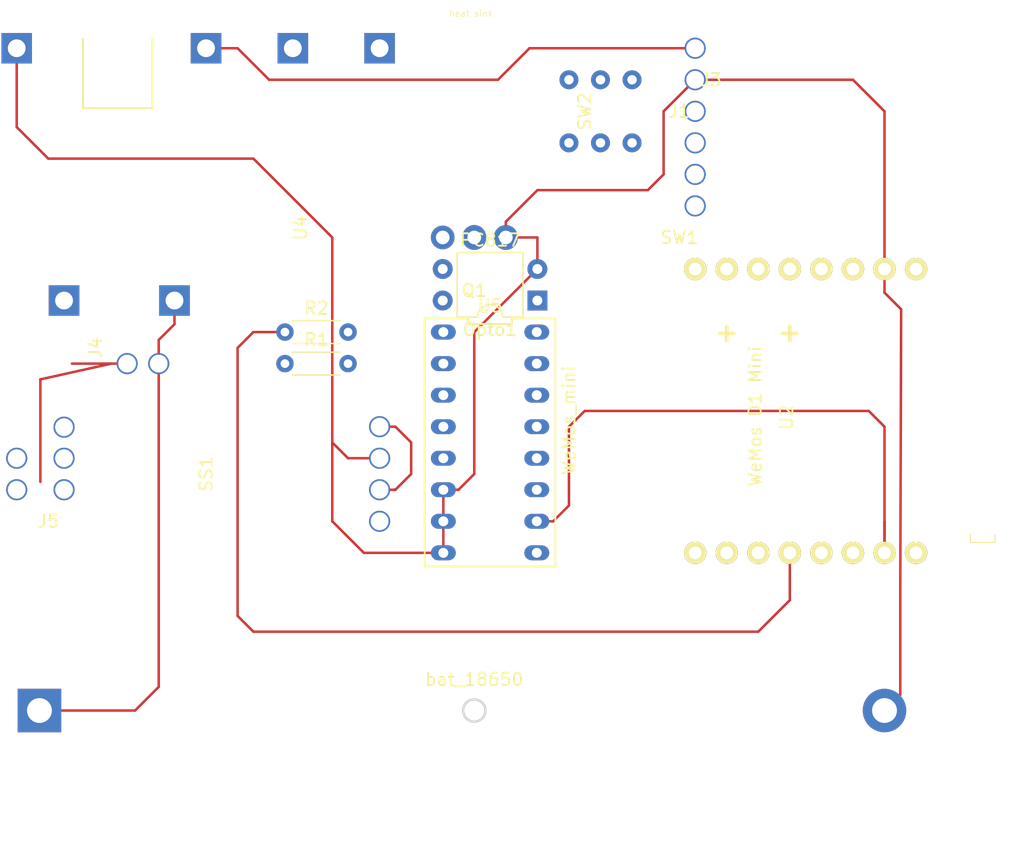
<source format=kicad_pcb>
(kicad_pcb (version 20171130) (host pcbnew "(5.0.2)-1")

  (general
    (thickness 1.6)
    (drawings 20)
    (tracks 192)
    (zones 0)
    (modules 15)
    (nets 19)
  )

  (page A4)
  (layers
    (0 Top_copper power)
    (1 "Blue_(signal_1)" signal hide)
    (2 Bottom_copper signal hide)
    (3 "Yellow2_(signal)" signal hide)
    (4 "Blue2_(signal)" signal hide)
    (31 "Red_(Power)" power hide)
    (32 B.Adhes user hide)
    (33 F.Adhes user hide)
    (34 B.Paste user hide)
    (35 F.Paste user hide)
    (36 B.SilkS user hide)
    (37 F.SilkS user hide)
    (38 B.Mask user hide)
    (39 F.Mask user)
    (40 Dwgs.User user hide)
    (41 Cmts.User user hide)
    (42 Eco1.User user hide)
    (43 Eco2.User user hide)
    (44 Edge.Cuts user hide)
    (45 Margin user hide)
    (46 B.CrtYd user hide)
    (47 F.CrtYd user hide)
    (48 B.Fab user hide)
    (49 F.Fab user hide)
  )

  (setup
    (last_trace_width 0.2)
    (trace_clearance 0.2)
    (zone_clearance 0.508)
    (zone_45_only no)
    (trace_min 0.2)
    (segment_width 0.2)
    (edge_width 0.2)
    (via_size 0.8)
    (via_drill 0.4)
    (via_min_size 0.4)
    (via_min_drill 0.3)
    (uvia_size 0.3)
    (uvia_drill 0.1)
    (uvias_allowed no)
    (uvia_min_size 0.2)
    (uvia_min_drill 0.1)
    (pcb_text_width 0.3)
    (pcb_text_size 1.5 1.5)
    (mod_edge_width 0.15)
    (mod_text_size 1 1)
    (mod_text_width 0.15)
    (pad_size 1.5 1.5)
    (pad_drill 0.6)
    (pad_to_mask_clearance 0.15)
    (solder_mask_min_width 0.25)
    (aux_axis_origin 0 0)
    (visible_elements 7FFFFFFF)
    (pcbplotparams
      (layerselection 0x290f0_7fffffe5)
      (usegerberextensions true)
      (usegerberattributes false)
      (usegerberadvancedattributes false)
      (creategerberjobfile false)
      (excludeedgelayer true)
      (linewidth 0.100000)
      (plotframeref false)
      (viasonmask false)
      (mode 1)
      (useauxorigin false)
      (hpglpennumber 1)
      (hpglpenspeed 20)
      (hpglpendiameter 15.000000)
      (psnegative false)
      (psa4output false)
      (plotreference true)
      (plotvalue true)
      (plotinvisibletext false)
      (padsonsilk true)
      (subtractmaskfromsilk false)
      (outputformat 1)
      (mirror false)
      (drillshape 0)
      (scaleselection 1)
      (outputdirectory "./"))
  )

  (net 0 "")
  (net 1 GND)
  (net 2 "Net-(J3-Pad2)")
  (net 3 "Net-(J3-Pad1)")
  (net 4 "Net-(Q1-Pad1)")
  (net 5 "Net-(SW1-Pad1)")
  (net 6 "Net-(Opto1-Pad1)")
  (net 7 "Net-(J1-Pad2)")
  (net 8 "Net-(R2-Pad1)")
  (net 9 "Net-(SW2-Pad2)")
  (net 10 "Net-(SW2-Pad1)")
  (net 11 "Net-(R1-Pad2)")
  (net 12 "Net-(SS1-PadA0)")
  (net 13 "Net-(U2-Pad15)")
  (net 14 "Net-(U2-Pad14)")
  (net 15 "Net-(U2-Pad10)")
  (net 16 "Net-(J4-Pad2)")
  (net 17 "Net-(J5-Pad2)")
  (net 18 "Net-(J5-Pad3)")

  (net_class Default "This is the default net class."
    (clearance 0.2)
    (trace_width 0.2)
    (via_dia 0.8)
    (via_drill 0.4)
    (uvia_dia 0.3)
    (uvia_drill 0.1)
    (add_net GND)
    (add_net "Net-(J1-Pad2)")
    (add_net "Net-(J3-Pad1)")
    (add_net "Net-(J3-Pad2)")
    (add_net "Net-(J4-Pad2)")
    (add_net "Net-(J5-Pad2)")
    (add_net "Net-(J5-Pad3)")
    (add_net "Net-(Opto1-Pad1)")
    (add_net "Net-(Q1-Pad1)")
    (add_net "Net-(R1-Pad2)")
    (add_net "Net-(R2-Pad1)")
    (add_net "Net-(SS1-PadA0)")
    (add_net "Net-(SW1-Pad1)")
    (add_net "Net-(SW2-Pad1)")
    (add_net "Net-(SW2-Pad2)")
    (add_net "Net-(U2-Pad10)")
    (add_net "Net-(U2-Pad14)")
    (add_net "Net-(U2-Pad15)")
  )

  (module footprint:BatteryHolder_MPD_BH-18650-PC2_v4 (layer Top_copper) (tedit 5CAF9A70) (tstamp 5CAF9B3B)
    (at 63.5 76.2)
    (descr "18650 Battery Holder (http://www.memoryprotectiondevices.com/datasheets/BK-18650-PC2-datasheet.pdf)")
    (tags "18650 Battery Holder")
    (path /5C9C0D4A)
    (fp_text reference bat_18650 (at 0 -2.5) (layer F.SilkS)
      (effects (font (size 1 1) (thickness 0.15)))
    )
    (fp_text value Battery_Cell (at 0 -4.8) (layer F.Fab)
      (effects (font (size 1 1) (thickness 0.15)))
    )
    (fp_line (start -38.1 -10.668) (end 35.56 -10.668) (layer F.CrtYd) (width 0.05))
    (fp_line (start -38.1 10.668) (end -38.1 -10.668) (layer F.CrtYd) (width 0.05))
    (fp_circle (center 0 0) (end -1.016 -0.508) (layer F.CrtYd) (width 0.05))
    (fp_line (start 35.56 10.668) (end 35.56 -10.668) (layer F.CrtYd) (width 0.05))
    (fp_line (start -38.1 10.668) (end 35.56 10.668) (layer F.CrtYd) (width 0.05))
    (pad 2 thru_hole circle (at 33.02 0) (size 3.5 3.5) (drill 2) (layers *.Cu *.Mask)
      (net 1 GND))
    (pad 1 thru_hole rect (at -35 0) (size 3.5 3.5) (drill 2) (layers *.Cu *.Mask)
      (net 16 "Net-(J4-Pad2)"))
    (model ${KISYS3DMOD}/Battery.3dshapes/BatteryHolder_MPD_BH-18650-PC2.wrl
      (at (xyz 0 0 0))
      (scale (xyz 1 1 1))
      (rotate (xyz 0 0 0))
    )
  )

  (module footprint:onoff_push_button_2x3_pins_v2 (layer Top_copper) (tedit 5CA30A07) (tstamp 5CA30AC7)
    (at 68.58 43.18 270)
    (path /5C938ACF)
    (fp_text reference SW2 (at -15.24 -3.81 270) (layer F.SilkS)
      (effects (font (size 1 1) (thickness 0.15)))
    )
    (fp_text value flash (at -15.24 -0.508 270) (layer F.Fab)
      (effects (font (size 1 1) (thickness 0.15)))
    )
    (fp_line (start -19.05 -8.89) (end -11.43 -8.89) (layer F.CrtYd) (width 0.15))
    (fp_line (start -11.43 -8.89) (end -11.43 -1.27) (layer F.CrtYd) (width 0.15))
    (fp_line (start -11.43 -1.27) (end -19.05 -1.27) (layer F.CrtYd) (width 0.15))
    (fp_line (start -19.05 -1.27) (end -19.05 -8.89) (layer F.CrtYd) (width 0.15))
    (fp_text user "Flash (down)" (at -21.844 -11.684) (layer F.Fab)
      (effects (font (size 1 1) (thickness 0.15)))
    )
    (fp_text user "Normal (up)" (at -21.844 1.016) (layer F.Fab)
      (effects (font (size 1 1) (thickness 0.15)))
    )
    (fp_line (start -17.78 -5.08) (end -21.59 -5.08) (layer F.Fab) (width 0.15))
    (fp_line (start -20.828 -5.08) (end -21.336 -5.08) (layer F.Fab) (width 0.15))
    (fp_line (start -20.32 -7.62) (end -17.78 -7.62) (layer F.Fab) (width 0.15))
    (fp_line (start -17.78 -2.54) (end -20.32 -2.54) (layer F.Fab) (width 0.15))
    (fp_circle (center -20.32 -7.62) (end -20.447 -7.6454) (layer F.Fab) (width 0.15))
    (fp_circle (center -20.3454 -2.54) (end -20.3962 -2.6416) (layer F.Fab) (width 0.15))
    (fp_circle (center -21.59 -5.08) (end -21.6916 -5.1054) (layer F.Fab) (width 0.15))
    (fp_line (start -21.59 -5.08) (end -22.86 -7.62) (layer F.Fab) (width 0.15))
    (fp_line (start -21.59 -5.08) (end -20.32 -2.54) (layer F.Fab) (width 0.05))
    (fp_text user "(1 and 2 connected when button up)" (at -16.51 -10.16 270) (layer F.CrtYd)
      (effects (font (size 0.5 0.5) (thickness 0.075)))
    )
    (pad 1 thru_hole circle (at -17.78 -7.62 270) (size 1.524 1.524) (drill 0.762) (layers *.Cu *.Mask)
      (net 10 "Net-(SW2-Pad1)"))
    (pad 2 thru_hole circle (at -17.78 -5.08 270) (size 1.524 1.524) (drill 0.762) (layers *.Cu *.Mask)
      (net 9 "Net-(SW2-Pad2)"))
    (pad NA thru_hole circle (at -12.7 -5.08 270) (size 1.524 1.524) (drill 0.762) (layers *.Cu *.Mask))
    (pad NA thru_hole circle (at -12.7 -7.62 270) (size 1.524 1.524) (drill 0.762) (layers *.Cu *.Mask))
    (pad NA thru_hole circle (at -12.7 -2.54 270) (size 1.524 1.524) (drill 0.762) (layers *.Cu *.Mask))
    (pad 3 thru_hole circle (at -17.78 -2.54 270) (size 1.524 1.524) (drill 0.762) (layers *.Cu *.Mask))
  )

  (module footprint:74HC4052_analogue_mux_v1 (layer Top_copper) (tedit 5CA72754) (tstamp 5CA72CC3)
    (at 64.77 54.61 270)
    (path /5CAC48A2)
    (fp_text reference U5 (at -10.99 0) (layer F.SilkS)
      (effects (font (size 1 1) (thickness 0.15)))
    )
    (fp_text value CD4052B (at 0 0 270) (layer F.Fab)
      (effects (font (size 1 1) (thickness 0.15)))
    )
    (fp_line (start -10.15 5.4) (end -10.15 -5.4) (layer F.CrtYd) (width 0.05))
    (fp_line (start 10.15 5.4) (end -10.15 5.4) (layer F.CrtYd) (width 0.05))
    (fp_line (start 10.15 -5.4) (end 10.15 5.4) (layer F.CrtYd) (width 0.05))
    (fp_line (start -10.15 -5.4) (end 10.15 -5.4) (layer F.CrtYd) (width 0.05))
    (fp_line (start -9.99 1.753333) (end -9.99 5.259999) (layer F.SilkS) (width 0.15))
    (fp_line (start -9.54 1.753333) (end -9.99 1.753333) (layer F.SilkS) (width 0.15))
    (fp_line (start -9.54 -1.753333) (end -9.54 1.753333) (layer F.SilkS) (width 0.15))
    (fp_line (start -9.99 -1.753333) (end -9.54 -1.753333) (layer F.SilkS) (width 0.15))
    (fp_line (start -9.99 -5.26) (end -9.99 -1.753333) (layer F.SilkS) (width 0.15))
    (fp_line (start 9.99 -5.259999) (end -9.99 -5.26) (layer F.SilkS) (width 0.15))
    (fp_line (start 9.99 5.26) (end 9.99 -5.259999) (layer F.SilkS) (width 0.15))
    (fp_line (start -9.99 5.259999) (end 9.99 5.26) (layer F.SilkS) (width 0.15))
    (pad 8 thru_hole oval (at 8.89 3.76 270) (size 1.2 2) (drill 0.8) (layers *.Cu *.Mask)
      (net 1 GND))
    (pad 9 thru_hole oval (at 8.89 -3.76 270) (size 1.2 2) (drill 0.8) (layers *.Cu *.Mask)
      (net 14 "Net-(U2-Pad14)"))
    (pad 7 thru_hole oval (at 6.35 3.76 270) (size 1.2 2) (drill 0.8) (layers *.Cu *.Mask)
      (net 1 GND))
    (pad 10 thru_hole oval (at 6.35 -3.76 270) (size 1.2 2) (drill 0.8) (layers *.Cu *.Mask)
      (net 13 "Net-(U2-Pad15)"))
    (pad 6 thru_hole oval (at 3.81 3.76 270) (size 1.2 2) (drill 0.8) (layers *.Cu *.Mask)
      (net 1 GND))
    (pad 11 thru_hole oval (at 3.81 -3.76 270) (size 1.2 2) (drill 0.8) (layers *.Cu *.Mask))
    (pad 5 thru_hole oval (at 1.27 3.76 270) (size 1.2 2) (drill 0.8) (layers *.Cu *.Mask))
    (pad 12 thru_hole oval (at 1.27 -3.76 270) (size 1.2 2) (drill 0.8) (layers *.Cu *.Mask)
      (net 12 "Net-(SS1-PadA0)"))
    (pad 4 thru_hole oval (at -1.27 3.76 270) (size 1.2 2) (drill 0.8) (layers *.Cu *.Mask))
    (pad 13 thru_hole oval (at -1.27 -3.76 270) (size 1.2 2) (drill 0.8) (layers *.Cu *.Mask)
      (net 15 "Net-(U2-Pad10)"))
    (pad 3 thru_hole oval (at -3.81 3.76 270) (size 1.2 2) (drill 0.8) (layers *.Cu *.Mask))
    (pad 14 thru_hole oval (at -3.81 -3.76 270) (size 1.2 2) (drill 0.8) (layers *.Cu *.Mask)
      (net 11 "Net-(R1-Pad2)"))
    (pad 2 thru_hole oval (at -6.35 3.76 270) (size 1.2 2) (drill 0.8) (layers *.Cu *.Mask))
    (pad 15 thru_hole oval (at -6.35 -3.76 270) (size 1.2 2) (drill 0.8) (layers *.Cu *.Mask)
      (net 18 "Net-(J5-Pad3)"))
    (pad 1 thru_hole oval (at -8.89 3.76 270) (size 1.2 2) (drill 0.8) (layers *.Cu *.Mask))
    (pad 16 thru_hole oval (at -8.89 -3.76 270) (size 1.2 2) (drill 0.8) (layers *.Cu *.Mask)
      (net 17 "Net-(J5-Pad2)"))
  )

  (module footprint:2p_connector_v2 (layer Top_copper) (tedit 5C9E8F0F) (tstamp 5C9BBC0A)
    (at 78.74 22.86 90)
    (path /5C4F9789)
    (fp_text reference J1 (at -5.08 1.27 180) (layer F.SilkS)
      (effects (font (size 1 1) (thickness 0.15)))
    )
    (fp_text value Sol (at -1.27 20.32 180) (layer F.Fab)
      (effects (font (size 1 1) (thickness 0.15)))
    )
    (fp_line (start -3.81 1.27) (end 1.27 1.27) (layer F.CrtYd) (width 0.15))
    (fp_line (start 1.27 1.27) (end 1.27 3.81) (layer F.CrtYd) (width 0.15))
    (fp_line (start 1.27 3.81) (end -3.81 3.81) (layer F.CrtYd) (width 0.15))
    (fp_line (start -3.81 3.81) (end -3.81 1.27) (layer F.CrtYd) (width 0.15))
    (pad 1 thru_hole circle (at -2.54 2.54 90) (size 1.7 1.7) (drill 1.43) (layers *.Cu *.Mask)
      (net 1 GND))
    (pad 2 thru_hole circle (at 0 2.54 90) (size 1.7 1.7) (drill 1.43) (layers *.Cu *.Mask)
      (net 7 "Net-(J1-Pad2)"))
  )

  (module wemos_d1_mini:D1_mini_board_v10 (layer Top_copper) (tedit 5C9CC373) (tstamp 5C9BBEBB)
    (at 106.68 45.72 90)
    (path /5C4F9AC3)
    (fp_text reference U2 (at -6.858 -18.034 90) (layer F.SilkS)
      (effects (font (size 1 1) (thickness 0.15)))
    )
    (fp_text value WeMos_mini (at -7.112 -35.56 90) (layer F.SilkS)
      (effects (font (size 1 1) (thickness 0.15)))
    )
    (fp_text user "WeMos D1 Mini" (at -6.776942 -20.574 90) (layer F.SilkS)
      (effects (font (size 1 1) (thickness 0.15)))
    )
    (fp_line (start -3.597292 -5.442549) (end -10.736873 -5.442549) (layer F.CrtYd) (width 0.1))
    (fp_line (start -10.736873 -5.442549) (end -10.736873 0.371188) (layer F.CrtYd) (width 0.1))
    (fp_line (start -10.736873 0.371188) (end -3.597292 0.371188) (layer F.CrtYd) (width 0.1))
    (fp_line (start -3.597292 0.371188) (end -3.597292 -5.442549) (layer F.CrtYd) (width 0.1))
    (fp_line (start -16.28582 -3.248262) (end -16.938459 -3.248262) (layer F.SilkS) (width 0.1))
    (fp_line (start -16.938459 -3.248262) (end -16.938459 -1.255068) (layer F.SilkS) (width 0.1))
    (fp_line (start -16.938459 -1.255068) (end -16.321098 -1.255068) (layer F.SilkS) (width 0.1))
    (fp_line (start 6.604 1.016) (end -16.256 1.016) (layer F.CrtYd) (width 0.15))
    (fp_line (start -16.256 1.016) (end -16.256 -5.842) (layer F.CrtYd) (width 0.15))
    (fp_line (start -19.558 -5.842) (end -19.558 -34.544) (layer F.CrtYd) (width 0.15))
    (fp_line (start -19.558 -34.544) (end 6.604 -34.544) (layer F.CrtYd) (width 0.15))
    (fp_line (start 6.604 -34.544) (end 6.604 1.016) (layer F.CrtYd) (width 0.15))
    (fp_text user RST (at -22.016942 -25.654 90) (layer F.Fab)
      (effects (font (size 1 1) (thickness 0.15)))
    )
    (fp_text user 3V3 (at -22.016942 -7.874 90) (layer F.Fab)
      (effects (font (size 1 1) (thickness 0.15)))
    )
    (fp_text user 5V (at 8.463058 -7.874 90) (layer F.Fab)
      (effects (font (size 1 1) (thickness 0.15)))
    )
    (fp_text user GND (at 8.463058 -10.414 90) (layer F.Fab)
      (effects (font (size 1 1) (thickness 0.15)))
    )
    (fp_text user A0 (at -22.016942 -23.114 90) (layer F.Fab)
      (effects (font (size 1 1) (thickness 0.15)))
    )
    (fp_line (start -16.256 -5.842) (end -19.558 -5.842) (layer F.CrtYd) (width 0.15))
    (fp_text user D0 (at -22.098 -20.574 90) (layer F.Fab)
      (effects (font (size 1 1) (thickness 0.15)))
    )
    (fp_text user D5 (at -22.016942 -18.034 90) (layer F.Fab)
      (effects (font (size 1 1) (thickness 0.15)))
    )
    (fp_text user D6 (at -22.016942 -15.494 90) (layer F.Fab)
      (effects (font (size 1 1) (thickness 0.15)))
    )
    (fp_text user D7 (at -22.016942 -12.954 90) (layer F.Fab)
      (effects (font (size 1 1) (thickness 0.15)))
    )
    (fp_text user D8 (at -22.016942 -10.414 90) (layer F.Fab)
      (effects (font (size 1 1) (thickness 0.15)))
    )
    (fp_text user TX (at 7.747 -25.654 90) (layer F.Fab)
      (effects (font (size 1 1) (thickness 0.15)))
    )
    (fp_text user RX (at 7.874 -22.987 90) (layer F.Fab)
      (effects (font (size 1 1) (thickness 0.15)))
    )
    (fp_text user D1 (at 8.463058 -20.32 90) (layer F.Fab)
      (effects (font (size 1 1) (thickness 0.15)))
    )
    (fp_text user D2 (at 8.463058 -18.034 90) (layer F.Fab)
      (effects (font (size 1 1) (thickness 0.15)))
    )
    (fp_text user D3 (at 8.463058 -15.494 90) (layer F.Fab)
      (effects (font (size 1 1) (thickness 0.15)))
    )
    (fp_text user D4 (at 8.463058 -12.954 90) (layer F.Fab)
      (effects (font (size 1 1) (thickness 0.15)))
    )
    (pad 8 thru_hole circle (at 5.08 -25.4 90) (size 1.8 1.8) (drill 1.016) (layers *.Cu *.Mask F.SilkS))
    (pad 7 thru_hole circle (at 5.08 -22.86 90) (size 1.8 1.8) (drill 1.016) (layers *.Cu *.Mask F.SilkS))
    (pad 6 thru_hole circle (at 5.08 -20.32 90) (size 1.8 1.8) (drill 1.016) (layers *.Cu *.Mask F.SilkS)
      (net 6 "Net-(Opto1-Pad1)"))
    (pad 5 thru_hole circle (at 5.08 -17.78 90) (size 1.8 1.8) (drill 1.016) (layers *.Cu *.Mask F.SilkS))
    (pad 4 thru_hole circle (at 5.08 -15.24 90) (size 1.8 1.8) (drill 1.016) (layers *.Cu *.Mask F.SilkS))
    (pad 3 thru_hole circle (at 5.08 -12.7 90) (size 1.8 1.8) (drill 1.016) (layers *.Cu *.Mask F.SilkS))
    (pad 2 thru_hole circle (at 5.08 -10.16 90) (size 1.8 1.8) (drill 1.016) (layers *.Cu *.Mask F.SilkS)
      (net 1 GND))
    (pad 1 thru_hole circle (at 5.08 -7.62 90) (size 1.8 1.8) (drill 1.016) (layers *.Cu *.Mask F.SilkS)
      (net 2 "Net-(J3-Pad2)"))
    (pad 16 thru_hole circle (at -17.78 -7.62 90) (size 1.8 1.8) (drill 1.016) (layers *.Cu *.Mask F.SilkS))
    (pad 15 thru_hole circle (at -17.78 -10.16 90) (size 1.8 1.8) (drill 1.016) (layers *.Cu *.Mask F.SilkS)
      (net 13 "Net-(U2-Pad15)"))
    (pad 14 thru_hole circle (at -17.78 -12.7 90) (size 1.8 1.8) (drill 1.016) (layers *.Cu *.Mask F.SilkS)
      (net 14 "Net-(U2-Pad14)"))
    (pad 13 thru_hole circle (at -17.78 -15.24 90) (size 1.8 1.8) (drill 1.016) (layers *.Cu *.Mask F.SilkS))
    (pad 12 thru_hole circle (at -17.78 -17.78 90) (size 1.8 1.8) (drill 1.016) (layers *.Cu *.Mask F.SilkS)
      (net 8 "Net-(R2-Pad1)"))
    (pad 11 thru_hole circle (at -17.78 -20.32 90) (size 1.8 1.8) (drill 1.016) (layers *.Cu *.Mask F.SilkS)
      (net 10 "Net-(SW2-Pad1)"))
    (pad 10 thru_hole circle (at -17.78 -22.86 90) (size 1.8 1.8) (drill 1.016) (layers *.Cu *.Mask F.SilkS)
      (net 15 "Net-(U2-Pad10)"))
    (pad 9 thru_hole circle (at -17.78 -25.4 90) (size 1.8 1.8) (drill 1.016) (layers *.Cu *.Mask F.SilkS)
      (net 9 "Net-(SW2-Pad2)"))
  )

  (module footprint:2p_connector_v2 (layer Top_copper) (tedit 5C5AE479) (tstamp 5C9BBC1E)
    (at 83.82 30.48 270)
    (path /5C4F97F0)
    (fp_text reference J3 (at -5.08 1.27) (layer F.SilkS)
      (effects (font (size 1 1) (thickness 0.15)))
    )
    (fp_text value Valve (at -1.524 -15.113) (layer F.Fab)
      (effects (font (size 1 1) (thickness 0.15)))
    )
    (fp_line (start -3.81 3.81) (end -3.81 1.27) (layer F.CrtYd) (width 0.15))
    (fp_line (start 1.27 3.81) (end -3.81 3.81) (layer F.CrtYd) (width 0.15))
    (fp_line (start 1.27 1.27) (end 1.27 3.81) (layer F.CrtYd) (width 0.15))
    (fp_line (start -3.81 1.27) (end 1.27 1.27) (layer F.CrtYd) (width 0.15))
    (pad 2 thru_hole circle (at 0 2.54 270) (size 1.7 1.7) (drill 1.43) (layers *.Cu *.Mask)
      (net 2 "Net-(J3-Pad2)"))
    (pad 1 thru_hole circle (at -2.54 2.54 270) (size 1.7 1.7) (drill 1.43) (layers *.Cu *.Mask)
      (net 3 "Net-(J3-Pad1)"))
  )

  (module Package_DIP:DIP-4_W7.62mm (layer Top_copper) (tedit 5C9CC2D5) (tstamp 5C9BBC4B)
    (at 68.58 43.18 180)
    (descr "4-lead though-hole mounted DIP package, row spacing 7.62 mm (300 mils)")
    (tags "THT DIP DIL PDIP 2.54mm 7.62mm 300mil")
    (path /5C922828)
    (fp_text reference Opto1 (at 3.81 -2.33 180) (layer F.SilkS)
      (effects (font (size 1 1) (thickness 0.15)))
    )
    (fp_text value PC817 (at 3.81 4.87 180) (layer F.SilkS)
      (effects (font (size 1 1) (thickness 0.15)))
    )
    (fp_arc (start 3.81 -1.33) (end 2.81 -1.33) (angle -180) (layer F.SilkS) (width 0.12))
    (fp_line (start 1.635 -1.27) (end 6.985 -1.27) (layer F.Fab) (width 0.1))
    (fp_line (start 6.985 -1.27) (end 6.985 3.81) (layer F.Fab) (width 0.1))
    (fp_line (start 6.985 3.81) (end 0.635 3.81) (layer F.Fab) (width 0.1))
    (fp_line (start 0.635 3.81) (end 0.635 -0.27) (layer F.Fab) (width 0.1))
    (fp_line (start 0.635 -0.27) (end 1.635 -1.27) (layer F.Fab) (width 0.1))
    (fp_line (start 2.81 -1.33) (end 1.16 -1.33) (layer F.SilkS) (width 0.12))
    (fp_line (start 1.16 -1.33) (end 1.16 3.87) (layer F.SilkS) (width 0.12))
    (fp_line (start 1.16 3.87) (end 6.46 3.87) (layer F.SilkS) (width 0.12))
    (fp_line (start 6.46 3.87) (end 6.46 -1.33) (layer F.SilkS) (width 0.12))
    (fp_line (start 6.46 -1.33) (end 4.81 -1.33) (layer F.SilkS) (width 0.12))
    (fp_line (start -1.1 -1.55) (end -1.1 4.1) (layer F.CrtYd) (width 0.05))
    (fp_line (start -1.1 4.1) (end 8.7 4.1) (layer F.CrtYd) (width 0.05))
    (fp_line (start 8.7 4.1) (end 8.7 -1.55) (layer F.CrtYd) (width 0.05))
    (fp_line (start 8.7 -1.55) (end -1.1 -1.55) (layer F.CrtYd) (width 0.05))
    (fp_text user %R (at 3.81 1.27 180) (layer F.Fab)
      (effects (font (size 1 1) (thickness 0.15)))
    )
    (pad 1 thru_hole rect (at 0 0 180) (size 1.6 1.6) (drill 0.8) (layers *.Cu *.Mask)
      (net 6 "Net-(Opto1-Pad1)"))
    (pad 3 thru_hole oval (at 7.62 2.54 180) (size 1.6 1.6) (drill 0.8) (layers *.Cu *.Mask)
      (net 17 "Net-(J5-Pad2)"))
    (pad 2 thru_hole oval (at 0 2.54 180) (size 1.6 1.6) (drill 0.8) (layers *.Cu *.Mask)
      (net 1 GND))
    (pad 4 thru_hole oval (at 7.62 0 180) (size 1.6 1.6) (drill 0.8) (layers *.Cu *.Mask)
      (net 2 "Net-(J3-Pad2)"))
    (model ${KISYS3DMOD}/Package_DIP.3dshapes/DIP-4_W7.62mm.wrl
      (at (xyz 0 0 0))
      (scale (xyz 1 1 1))
      (rotate (xyz 0 0 0))
    )
  )

  (module Resistor_THT:R_Axial_DIN0204_L3.6mm_D1.6mm_P5.08mm_Horizontal (layer Top_copper) (tedit 5AE5139B) (tstamp 5C9BBC5E)
    (at 48.26 48.26)
    (descr "Resistor, Axial_DIN0204 series, Axial, Horizontal, pin pitch=5.08mm, 0.167W, length*diameter=3.6*1.6mm^2, http://cdn-reichelt.de/documents/datenblatt/B400/1_4W%23YAG.pdf")
    (tags "Resistor Axial_DIN0204 series Axial Horizontal pin pitch 5.08mm 0.167W length 3.6mm diameter 1.6mm")
    (path /5C4F9DC6)
    (fp_text reference R1 (at 2.54 -1.92) (layer F.SilkS)
      (effects (font (size 1 1) (thickness 0.15)))
    )
    (fp_text value 100k (at -3.302 0) (layer F.Fab)
      (effects (font (size 1 1) (thickness 0.15)))
    )
    (fp_text user %R (at 2.54 0) (layer F.Fab)
      (effects (font (size 0.72 0.72) (thickness 0.108)))
    )
    (fp_line (start 6.03 -1.05) (end -0.95 -1.05) (layer F.CrtYd) (width 0.05))
    (fp_line (start 6.03 1.05) (end 6.03 -1.05) (layer F.CrtYd) (width 0.05))
    (fp_line (start -0.95 1.05) (end 6.03 1.05) (layer F.CrtYd) (width 0.05))
    (fp_line (start -0.95 -1.05) (end -0.95 1.05) (layer F.CrtYd) (width 0.05))
    (fp_line (start 0.62 0.92) (end 4.46 0.92) (layer F.SilkS) (width 0.12))
    (fp_line (start 0.62 -0.92) (end 4.46 -0.92) (layer F.SilkS) (width 0.12))
    (fp_line (start 5.08 0) (end 4.34 0) (layer F.Fab) (width 0.1))
    (fp_line (start 0 0) (end 0.74 0) (layer F.Fab) (width 0.1))
    (fp_line (start 4.34 -0.8) (end 0.74 -0.8) (layer F.Fab) (width 0.1))
    (fp_line (start 4.34 0.8) (end 4.34 -0.8) (layer F.Fab) (width 0.1))
    (fp_line (start 0.74 0.8) (end 4.34 0.8) (layer F.Fab) (width 0.1))
    (fp_line (start 0.74 -0.8) (end 0.74 0.8) (layer F.Fab) (width 0.1))
    (pad 2 thru_hole oval (at 5.08 0) (size 1.4 1.4) (drill 0.7) (layers *.Cu *.Mask)
      (net 11 "Net-(R1-Pad2)"))
    (pad 1 thru_hole circle (at 0 0) (size 1.4 1.4) (drill 0.7) (layers *.Cu *.Mask)
      (net 16 "Net-(J4-Pad2)"))
    (model ${KISYS3DMOD}/Resistor_THT.3dshapes/R_Axial_DIN0204_L3.6mm_D1.6mm_P5.08mm_Horizontal.wrl
      (at (xyz 0 0 0))
      (scale (xyz 1 1 1))
      (rotate (xyz 0 0 0))
    )
  )

  (module Resistor_THT:R_Axial_DIN0204_L3.6mm_D1.6mm_P5.08mm_Horizontal (layer Top_copper) (tedit 5AE5139B) (tstamp 5C9BBC71)
    (at 48.26 45.72)
    (descr "Resistor, Axial_DIN0204 series, Axial, Horizontal, pin pitch=5.08mm, 0.167W, length*diameter=3.6*1.6mm^2, http://cdn-reichelt.de/documents/datenblatt/B400/1_4W%23YAG.pdf")
    (tags "Resistor Axial_DIN0204 series Axial Horizontal pin pitch 5.08mm 0.167W length 3.6mm diameter 1.6mm")
    (path /5C4F22D3)
    (fp_text reference R2 (at 2.54 -1.92) (layer F.SilkS)
      (effects (font (size 1 1) (thickness 0.15)))
    )
    (fp_text value 5k (at -2.286 0.889) (layer F.Fab)
      (effects (font (size 1 1) (thickness 0.15)))
    )
    (fp_line (start 0.74 -0.8) (end 0.74 0.8) (layer F.Fab) (width 0.1))
    (fp_line (start 0.74 0.8) (end 4.34 0.8) (layer F.Fab) (width 0.1))
    (fp_line (start 4.34 0.8) (end 4.34 -0.8) (layer F.Fab) (width 0.1))
    (fp_line (start 4.34 -0.8) (end 0.74 -0.8) (layer F.Fab) (width 0.1))
    (fp_line (start 0 0) (end 0.74 0) (layer F.Fab) (width 0.1))
    (fp_line (start 5.08 0) (end 4.34 0) (layer F.Fab) (width 0.1))
    (fp_line (start 0.62 -0.92) (end 4.46 -0.92) (layer F.SilkS) (width 0.12))
    (fp_line (start 0.62 0.92) (end 4.46 0.92) (layer F.SilkS) (width 0.12))
    (fp_line (start -0.95 -1.05) (end -0.95 1.05) (layer F.CrtYd) (width 0.05))
    (fp_line (start -0.95 1.05) (end 6.03 1.05) (layer F.CrtYd) (width 0.05))
    (fp_line (start 6.03 1.05) (end 6.03 -1.05) (layer F.CrtYd) (width 0.05))
    (fp_line (start 6.03 -1.05) (end -0.95 -1.05) (layer F.CrtYd) (width 0.05))
    (fp_text user %R (at 2.54 0) (layer F.Fab)
      (effects (font (size 0.72 0.72) (thickness 0.108)))
    )
    (pad 1 thru_hole circle (at 0 0) (size 1.4 1.4) (drill 0.7) (layers *.Cu *.Mask)
      (net 8 "Net-(R2-Pad1)"))
    (pad 2 thru_hole oval (at 5.08 0) (size 1.4 1.4) (drill 0.7) (layers *.Cu *.Mask)
      (net 4 "Net-(Q1-Pad1)"))
    (model ${KISYS3DMOD}/Resistor_THT.3dshapes/R_Axial_DIN0204_L3.6mm_D1.6mm_P5.08mm_Horizontal.wrl
      (at (xyz 0 0 0))
      (scale (xyz 1 1 1))
      (rotate (xyz 0 0 0))
    )
  )

  (module "footprint:Soil sensor_v4" (layer Top_copper) (tedit 5C989D0D) (tstamp 5C9BBC7F)
    (at 57.15 50.8 270)
    (path /5C4FA314)
    (fp_text reference SS1 (at 6.35 15.24 270) (layer F.SilkS)
      (effects (font (size 1 1) (thickness 0.15)))
    )
    (fp_text value SOIL_SENSOR (at 6.35 10.16 270) (layer F.Fab)
      (effects (font (size 1 1) (thickness 0.15)))
    )
    (fp_line (start 12.7 0) (end 0 0) (layer F.CrtYd) (width 0.15))
    (fp_line (start 0 0) (end 0 31.75) (layer F.CrtYd) (width 0.15))
    (fp_line (start 0 31.75) (end 12.7 31.75) (layer F.CrtYd) (width 0.15))
    (fp_line (start 12.7 31.75) (end 12.7 0) (layer F.CrtYd) (width 0.15))
    (pad A0 thru_hole circle (at 10.16 1.27 270) (size 1.7 1.7) (drill 1.43) (layers *.Cu *.Mask)
      (net 12 "Net-(SS1-PadA0)"))
    (pad D0 thru_hole circle (at 7.62 1.27 270) (size 1.7 1.7) (drill 1.43) (layers *.Cu *.Mask)
      (net 17 "Net-(J5-Pad2)"))
    (pad GND thru_hole circle (at 5.08 1.27 270) (size 1.7 1.7) (drill 1.43) (layers *.Cu *.Mask)
      (net 1 GND))
    (pad VCC thru_hole circle (at 2.54 1.27 270) (size 1.7 1.7) (drill 1.43) (layers *.Cu *.Mask)
      (net 17 "Net-(J5-Pad2)"))
    (pad - thru_hole circle (at 7.62 30.48 270) (size 1.7 1.7) (drill 1.43) (layers *.Cu *.Mask))
    (pad + thru_hole circle (at 5.08 30.48 270) (size 1.7 1.7) (drill 1.43) (layers *.Cu *.Mask))
  )

  (module footprint:2p_connector_v2 (layer Top_copper) (tedit 5C9CC305) (tstamp 5C9BBC89)
    (at 78.74 33.02 90)
    (path /5C4F30A2)
    (fp_text reference SW1 (at -5.08 1.27 180) (layer F.SilkS)
      (effects (font (size 1 1) (thickness 0.15)))
    )
    (fp_text value ON/OFF (at -0.635 20.447 180) (layer F.Fab)
      (effects (font (size 1 1) (thickness 0.15)))
    )
    (fp_line (start -3.81 1.27) (end 1.27 1.27) (layer F.CrtYd) (width 0.15))
    (fp_line (start 1.27 1.27) (end 1.27 3.81) (layer F.CrtYd) (width 0.15))
    (fp_line (start 1.27 3.81) (end -3.81 3.81) (layer F.CrtYd) (width 0.15))
    (fp_line (start -3.81 3.81) (end -3.81 1.27) (layer F.CrtYd) (width 0.15))
    (pad 1 thru_hole circle (at -2.54 2.54 90) (size 1.7 1.7) (drill 1.43) (layers *.Cu *.Mask)
      (net 5 "Net-(SW1-Pad1)"))
    (pad 2 thru_hole circle (at 0 2.54 90) (size 1.7 1.7) (drill 1.43) (layers *.Cu *.Mask)
      (net 2 "Net-(J3-Pad2)"))
  )

  (module footprint:2p_connector_v2 (layer Top_copper) (tedit 5C5AE479) (tstamp 5CAF72C4)
    (at 38.1 45.72)
    (path /5CAF6943)
    (fp_text reference J4 (at -5.08 1.27 90) (layer F.SilkS)
      (effects (font (size 1 1) (thickness 0.15)))
    )
    (fp_text value Batt (at -1.27 5.08) (layer F.Fab)
      (effects (font (size 1 1) (thickness 0.15)))
    )
    (fp_line (start -3.81 1.27) (end 1.27 1.27) (layer F.CrtYd) (width 0.15))
    (fp_line (start 1.27 1.27) (end 1.27 3.81) (layer F.CrtYd) (width 0.15))
    (fp_line (start 1.27 3.81) (end -3.81 3.81) (layer F.CrtYd) (width 0.15))
    (fp_line (start -3.81 3.81) (end -3.81 1.27) (layer F.CrtYd) (width 0.15))
    (pad 1 thru_hole circle (at -2.54 2.54) (size 1.7 1.7) (drill 1.43) (layers *.Cu *.Mask)
      (net 1 GND))
    (pad 2 thru_hole circle (at 0 2.54) (size 1.7 1.7) (drill 1.43) (layers *.Cu *.Mask)
      (net 16 "Net-(J4-Pad2)"))
  )

  (module footprint:3p_connector_v1 (layer Top_copper) (tedit 5CAF6C81) (tstamp 5CAF72E0)
    (at 27.94 55.88 90)
    (path /5CB0FBBE)
    (fp_text reference J5 (at -5.08 1.27 180) (layer F.SilkS)
      (effects (font (size 1 1) (thickness 0.15)))
    )
    (fp_text value "Spare connection" (at -1.27 5.08 90) (layer F.Fab)
      (effects (font (size 1 1) (thickness 0.15)))
    )
    (fp_line (start -3.81 1.27) (end 3.81 1.27) (layer F.CrtYd) (width 0.15))
    (fp_line (start 3.81 1.27) (end 3.81 3.81) (layer F.CrtYd) (width 0.15))
    (fp_line (start 3.81 3.81) (end -3.81 3.81) (layer F.CrtYd) (width 0.15))
    (fp_line (start -3.81 3.81) (end -3.81 1.27) (layer F.CrtYd) (width 0.15))
    (pad 1 thru_hole circle (at -2.54 2.54 90) (size 1.7 1.7) (drill 1.43) (layers *.Cu *.Mask)
      (net 1 GND))
    (pad 2 thru_hole circle (at 0 2.54 90) (size 1.7 1.7) (drill 1.43) (layers *.Cu *.Mask)
      (net 17 "Net-(J5-Pad2)"))
    (pad 3 thru_hole circle (at 2.5 2.54 90) (size 1.7 1.7) (drill 1.43) (layers *.Cu *.Mask)
      (net 18 "Net-(J5-Pad3)"))
  )

  (module footprint:J5019_v5 (layer Top_copper) (tedit 5CAF996A) (tstamp 5CAF9B45)
    (at 58.42 20.32 270)
    (path /5C94F80F)
    (fp_text reference U4 (at 17.018 8.89 270) (layer F.SilkS)
      (effects (font (size 1 1) (thickness 0.15)))
    )
    (fp_text value J5019 (at 15.748 6.35 270) (layer F.Fab)
      (effects (font (size 1 1) (thickness 0.15)))
    )
    (fp_line (start 1.27 1.27) (end 1.27 33.02) (layer F.CrtYd) (width 0.15))
    (fp_line (start 1.27 33.02) (end 25.4 33.02) (layer F.CrtYd) (width 0.15))
    (fp_line (start 25.4 1.27) (end 1.27 1.27) (layer F.CrtYd) (width 0.15))
    (fp_line (start 25.4 1.27) (end 25.4 33.02) (layer F.CrtYd) (width 0.15))
    (fp_line (start 1.778 20.828) (end 7.366 20.828) (layer F.SilkS) (width 0.15))
    (fp_line (start 7.366 20.828) (end 7.366 26.416) (layer F.SilkS) (width 0.15))
    (fp_line (start 7.366 26.416) (end 1.778 26.416) (layer F.SilkS) (width 0.15))
    (pad 6 thru_hole rect (at 2.54 31.75 270) (size 2.46 2.46) (drill 1.43) (layers *.Cu *.Mask)
      (net 1 GND))
    (pad 5 thru_hole rect (at 2.54 16.51 270) (size 2.46 2.46) (drill 1.43) (layers *.Cu *.Mask)
      (net 7 "Net-(J1-Pad2)"))
    (pad 4 thru_hole rect (at 2.54 2.54 270) (size 2.46 2.46) (drill 1.43) (layers *.Cu *.Mask)
      (net 5 "Net-(SW1-Pad1)"))
    (pad 3 thru_hole rect (at 22.86 19.05 270) (size 2.46 2.46) (drill 1.43) (layers *.Cu *.Mask)
      (net 16 "Net-(J4-Pad2)"))
    (pad 1 thru_hole rect (at 2.54 9.525 270) (size 2.46 2.46) (drill 1.43) (layers *.Cu *.Mask))
    (pad 2 thru_hole rect (at 22.86 27.94 270) (size 2.46 2.46) (drill 1.43) (layers *.Cu *.Mask))
  )

  (module footprint:TIP120_flat_v3 (layer Top_copper) (tedit 5CB41B43) (tstamp 5CB41C13)
    (at 66.04 38.1 180)
    (descr "TO-220-3, Vertical, RM 2.54mm, see https://www.vishay.com/docs/66542/to-220-1.pdf")
    (tags "TO-220-3 Vertical RM 2.54mm")
    (path /5C4F21EB)
    (fp_text reference Q1 (at 2.54 -4.27 180) (layer F.SilkS)
      (effects (font (size 1 1) (thickness 0.15)))
    )
    (fp_text value TIP120 (at 2.54 -2.54 180) (layer F.Fab)
      (effects (font (size 1 1) (thickness 0.15)))
    )
    (fp_circle (center 2.54 16.002) (end 3.675923 16.002) (layer F.CrtYd) (width 0.15))
    (fp_line (start 4.064 -1.27) (end 6.096 -1.27) (layer F.CrtYd) (width 0.15))
    (fp_line (start 1.524 -1.27) (end 3.556 -1.27) (layer F.CrtYd) (width 0.15))
    (fp_line (start -1.016 -1.27) (end 1.016 -1.27) (layer F.CrtYd) (width 0.15))
    (fp_line (start 6.096 6.858) (end 6.096 -1.27) (layer F.CrtYd) (width 0.15))
    (fp_line (start 4.064 6.858) (end 4.064 -1.27) (layer F.CrtYd) (width 0.15))
    (fp_line (start 3.556 6.858) (end 3.556 -1.27) (layer F.CrtYd) (width 0.15))
    (fp_line (start 1.524 6.858) (end 1.524 -1.27) (layer F.CrtYd) (width 0.15))
    (fp_line (start 1.016 6.858) (end 1.016 -1.27) (layer F.CrtYd) (width 0.15))
    (fp_line (start 7.62 6.858) (end 7.62 17.272) (layer F.CrtYd) (width 0.15))
    (fp_line (start -2.54 6.858) (end 7.62 6.858) (layer F.CrtYd) (width 0.15))
    (fp_line (start -2.54 17.272) (end -2.54 6.858) (layer F.CrtYd) (width 0.15))
    (fp_line (start -0.762 19.05) (end -2.54 17.272) (layer F.CrtYd) (width 0.15))
    (fp_line (start 5.842 19.05) (end -0.762 19.05) (layer F.CrtYd) (width 0.15))
    (fp_line (start 7.62 17.272) (end 5.842 19.05) (layer F.CrtYd) (width 0.15))
    (fp_text user %R (at 2.54 -4.27 180) (layer F.Fab)
      (effects (font (size 1 1) (thickness 0.15)))
    )
    (fp_line (start -2.54 13.462) (end 7.62 13.462) (layer F.CrtYd) (width 0.15))
    (fp_line (start -1.016 6.858) (end -1.016 -1.27) (layer F.CrtYd) (width 0.15))
    (fp_text user "heat sink" (at 2.794 18.034 180) (layer F.SilkS)
      (effects (font (size 0.5 0.5) (thickness 0.06)))
    )
    (fp_text user B (at 6.604 4.572 180) (layer F.Fab)
      (effects (font (size 1 1) (thickness 0.15)))
    )
    (fp_text user E (at -1.524 4.572 180) (layer F.Fab)
      (effects (font (size 1 1) (thickness 0.15)))
    )
    (fp_line (start 4.064 6.858) (end 6.096 6.858) (layer F.CrtYd) (width 0.15))
    (fp_line (start 1.524 6.858) (end 3.556 6.858) (layer F.CrtYd) (width 0.15))
    (fp_line (start -1.016 6.858) (end 1.016 6.858) (layer F.CrtYd) (width 0.15))
    (pad 1 thru_hole circle (at 5.08 0 180) (size 1.905 1.905) (drill 1.1) (layers *.Cu *.Mask)
      (net 4 "Net-(Q1-Pad1)"))
    (pad 2 thru_hole oval (at 2.54 0 180) (size 1.905 2) (drill 1.1) (layers *.Cu *.Mask)
      (net 3 "Net-(J3-Pad1)"))
    (pad 3 thru_hole oval (at 0 0 180) (size 1.905 2) (drill 1.1) (layers *.Cu *.Mask)
      (net 1 GND))
    (model ${KISYS3DMOD}/Package_TO_SOT_THT.3dshapes/TO-220-3_Vertical.wrl
      (at (xyz 0 0 0))
      (scale (xyz 1 1 1))
      (rotate (xyz 0 0 0))
    )
  )

  (gr_text "Irrigation v5\nNikolaj Nohr-Rasmussen, 11/4-19" (at 21.59 20.955 270) (layer F.SilkS)
    (effects (font (size 0.75 0.75) (thickness 0.15)) (justify left))
  )
  (gr_circle (center 63.5 76.2) (end 64.135 76.835) (layer Edge.Cuts) (width 0.2))
  (gr_line (start 100.965 78.74) (end 24.765 78.74) (layer Margin) (width 0.2))
  (gr_text + (at 41.91 74.93) (layer F.Fab)
    (effects (font (size 3 3) (thickness 0.6)))
  )
  (gr_text - (at 87.63 74.93) (layer F.Fab)
    (effects (font (size 3 3) (thickness 0.6)))
  )
  (gr_text "NA(gnd)" (at 29.083 47.117) (layer F.Fab)
    (effects (font (size 1 1) (thickness 0.15)))
  )
  (gr_text "NA(gnd)" (at 48.895 19.05) (layer F.Fab)
    (effects (font (size 1 1) (thickness 0.15)))
  )
  (gr_circle (center 69.85 43.18) (end 69.977 43.688) (layer F.Fab) (width 0.2))
  (gr_text - (at 95.377 25.4 90) (layer F.Fab)
    (effects (font (size 1.5 1.5) (thickness 0.3)))
  )
  (gr_text + (at 95.377 22.606) (layer F.Fab)
    (effects (font (size 1.5 1.5) (thickness 0.3)))
  )
  (gr_text + (at 83.82 45.72) (layer F.SilkS)
    (effects (font (size 1.5 1.5) (thickness 0.3)) (justify mirror))
  )
  (gr_text + (at 88.9 45.72) (layer F.SilkS)
    (effects (font (size 1.5 1.5) (thickness 0.3)) (justify mirror))
  )
  (gr_line (start 24.765 78.74) (end 24.765 20.955) (layer Margin) (width 0.2))
  (gr_line (start 100.965 20.955) (end 100.965 78.74) (layer Margin) (width 0.2))
  (gr_line (start 24.765 20.955) (end 100.965 20.955) (layer Margin) (width 0.2))
  (gr_line (start 17.78 87.63) (end 17.78 17.78) (layer Edge.Cuts) (width 0.2))
  (gr_line (start 107.95 87.63) (end 17.78 87.63) (layer Edge.Cuts) (width 0.2))
  (gr_line (start 107.95 17.78) (end 107.95 87.63) (layer Edge.Cuts) (width 0.2))
  (gr_line (start 17.78 17.78) (end 107.95 17.78) (layer Edge.Cuts) (width 0.2))
  (gr_line (start 15.24 12.7) (end 115.57 12.7) (layer Eco2.User) (width 0.2))

  (segment (start 26.67 22.86) (end 26.67 24.29) (width 0.2) (layer Top_copper) (net 1) (status 10))
  (segment (start 61.01 63.5) (end 61.01 61.01) (width 0.2) (layer Top_copper) (net 1) (status 30))
  (segment (start 61.01 60.96) (end 61.01 58.42) (width 0.2) (layer Top_copper) (net 1) (status 30))
  (segment (start 61.01 63.5) (end 61.41 63.5) (width 0.2) (layer Top_copper) (net 1) (status 30))
  (segment (start 63.5 45.72) (end 67.31 41.91) (width 0.2) (layer Top_copper) (net 1))
  (segment (start 68.58 38.1) (end 66.04 38.1) (width 0.2) (layer Top_copper) (net 1) (status 20))
  (segment (start 68.58 40.64) (end 68.58 38.1) (width 0.2) (layer Top_copper) (net 1) (status 10))
  (segment (start 67.31 41.91) (end 68.58 40.64) (width 0.2) (layer Top_copper) (net 1) (status 20))
  (segment (start 52.07 41.91) (end 52.07 38.1) (width 0.2) (layer Top_copper) (net 1))
  (segment (start 52.07 38.1) (end 45.72 31.75) (width 0.2) (layer Top_copper) (net 1))
  (segment (start 45.72 31.75) (end 29.21 31.75) (width 0.2) (layer Top_copper) (net 1))
  (segment (start 29.21 31.75) (end 26.67 29.21) (width 0.2) (layer Top_copper) (net 1))
  (segment (start 26.67 29.21) (end 26.67 22.86) (width 0.2) (layer Top_copper) (net 1) (status 20))
  (segment (start 80.01 26.67) (end 81.28 25.4) (width 0.2) (layer Top_copper) (net 1) (status 20))
  (segment (start 78.74 27.94) (end 80.01 26.67) (width 0.2) (layer Top_copper) (net 1))
  (segment (start 78.74 33.02) (end 78.74 27.94) (width 0.2) (layer Top_copper) (net 1))
  (segment (start 66.04 38.1) (end 66.04 36.83) (width 0.2) (layer Top_copper) (net 1) (status 10))
  (segment (start 66.04 36.83) (end 68.58 34.29) (width 0.2) (layer Top_copper) (net 1))
  (segment (start 68.58 34.29) (end 77.47 34.29) (width 0.2) (layer Top_copper) (net 1))
  (segment (start 77.47 34.29) (end 78.74 33.02) (width 0.2) (layer Top_copper) (net 1))
  (segment (start 93.98 25.4) (end 96.52 27.94) (width 0.2) (layer Top_copper) (net 1))
  (segment (start 81.28 25.4) (end 93.98 25.4) (width 0.2) (layer Top_copper) (net 1) (status 10))
  (segment (start 96.52 27.94) (end 96.52 40.64) (width 0.2) (layer Top_copper) (net 1) (status 20))
  (segment (start 52.07 60.96) (end 52.07 55.88) (width 0.2) (layer Top_copper) (net 1))
  (segment (start 60.96 63.5) (end 54.61 63.5) (width 0.2) (layer Top_copper) (net 1) (status 10))
  (segment (start 54.61 63.5) (end 52.07 60.96) (width 0.2) (layer Top_copper) (net 1))
  (segment (start 52.07 54.61) (end 53.34 55.88) (width 0.2) (layer Top_copper) (net 1))
  (segment (start 55.88 55.88) (end 53.34 55.88) (width 0.2) (layer Top_copper) (net 1) (status 10))
  (segment (start 52.07 54.61) (end 52.07 41.91) (width 0.2) (layer Top_copper) (net 1))
  (segment (start 52.07 55.88) (end 52.07 54.61) (width 0.2) (layer Top_copper) (net 1))
  (segment (start 62.23 58.42) (end 63.5 57.15) (width 0.2) (layer Top_copper) (net 1))
  (segment (start 63.5 57.15) (end 63.5 45.72) (width 0.2) (layer Top_copper) (net 1))
  (segment (start 61.41 58.42) (end 62.23 58.42) (width 0.2) (layer Top_copper) (net 1) (status 10))
  (segment (start 35.56 48.26) (end 35.56 26.035) (width 0.2) (layer Bottom_copper) (net 1) (status 10))
  (segment (start 35.56 26.035) (end 32.385 22.86) (width 0.2) (layer Bottom_copper) (net 1))
  (segment (start 32.385 22.86) (end 26.67 22.86) (width 0.2) (layer Bottom_copper) (net 1) (status 20))
  (segment (start 31.115 48.26) (end 35.56 48.26) (width 0.2) (layer Top_copper) (net 1) (status 20))
  (segment (start 96.52 42.545) (end 96.52 40.64) (width 0.2) (layer Top_copper) (net 1) (status 20))
  (segment (start 97.859999 43.884999) (end 96.52 42.545) (width 0.2) (layer Top_copper) (net 1))
  (segment (start 97.79 66.04) (end 97.859999 43.884999) (width 0.2) (layer Top_copper) (net 1))
  (segment (start 97.79 66.04) (end 97.79 73.66) (width 0.2) (layer Top_copper) (net 1))
  (segment (start 97.79 73.66) (end 97.79 74.93) (width 0.2) (layer Top_copper) (net 1))
  (segment (start 97.79 74.93) (end 96.52 76.2) (width 0.2) (layer Top_copper) (net 1) (status 20))
  (segment (start 28.575 49.53) (end 34.29 48.26) (width 0.2) (layer Top_copper) (net 1))
  (segment (start 28.575 57.785) (end 28.575 49.53) (width 0.2) (layer Top_copper) (net 1))
  (segment (start 62.23 43.18) (end 60.96 43.18) (width 0.2) (layer Bottom_copper) (net 2) (status 20))
  (segment (start 63.5 43.18) (end 62.23 43.18) (width 0.2) (layer Bottom_copper) (net 2))
  (segment (start 69.85 36.83) (end 63.5 43.18) (width 0.2) (layer Bottom_copper) (net 2))
  (segment (start 81.28 33.02) (end 77.47 36.83) (width 0.2) (layer Bottom_copper) (net 2) (status 10))
  (segment (start 77.47 36.83) (end 69.85 36.83) (width 0.2) (layer Bottom_copper) (net 2))
  (segment (start 81.28 30.48) (end 81.28 33.02) (width 0.2) (layer Bottom_copper) (net 2) (status 30))
  (segment (start 77.47 36.83) (end 78.74 38.1) (width 0.2) (layer Bottom_copper) (net 2))
  (segment (start 78.74 38.1) (end 97.79 38.1) (width 0.2) (layer Bottom_copper) (net 2))
  (segment (start 97.79 38.1) (end 99.06 39.37) (width 0.2) (layer Bottom_copper) (net 2))
  (segment (start 99.06 39.37) (end 99.06 40.64) (width 0.2) (layer Bottom_copper) (net 2) (status 20))
  (segment (start 63.5 35.56) (end 63.5 38.1) (width 0.2) (layer Bottom_copper) (net 3) (status 20))
  (segment (start 66.675 32.385) (end 63.5 35.56) (width 0.2) (layer Bottom_copper) (net 3))
  (segment (start 81.28 27.94) (end 76.835 32.385) (width 0.2) (layer Bottom_copper) (net 3) (status 10))
  (segment (start 76.835 32.385) (end 66.675 32.385) (width 0.2) (layer Bottom_copper) (net 3))
  (segment (start 53.34 45.72) (end 53.34 40.64) (width 0.2) (layer Bottom_copper) (net 4) (status 10))
  (segment (start 53.34 40.64) (end 55.88 38.1) (width 0.2) (layer Bottom_copper) (net 4))
  (segment (start 55.88 38.1) (end 60.96 38.1) (width 0.2) (layer Bottom_copper) (net 4) (status 20))
  (segment (start 83.82 24.13) (end 58.42 24.13) (width 0.2) (layer Bottom_copper) (net 5))
  (segment (start 85.09 25.4) (end 83.82 24.13) (width 0.2) (layer Bottom_copper) (net 5))
  (segment (start 85.09 34.29) (end 85.09 25.4) (width 0.2) (layer Bottom_copper) (net 5))
  (segment (start 81.28 35.56) (end 83.82 35.56) (width 0.2) (layer Bottom_copper) (net 5) (status 10))
  (segment (start 83.82 35.56) (end 85.09 34.29) (width 0.2) (layer Bottom_copper) (net 5))
  (segment (start 58.42 24.13) (end 57.15 22.86) (width 0.2) (layer Bottom_copper) (net 5))
  (segment (start 57.15 22.86) (end 55.88 22.86) (width 0.2) (layer Bottom_copper) (net 5) (status 20))
  (segment (start 68.58 43.18) (end 85.09 43.18) (width 0.2) (layer Bottom_copper) (net 6) (status 10))
  (segment (start 85.09 43.18) (end 86.36 41.91) (width 0.2) (layer Bottom_copper) (net 6))
  (segment (start 86.36 41.91) (end 86.36 40.64) (width 0.2) (layer Bottom_copper) (net 6) (status 20))
  (segment (start 81.28 22.86) (end 67.945 22.86) (width 0.2) (layer Top_copper) (net 7) (status 10))
  (segment (start 67.945 22.86) (end 65.405 25.4) (width 0.2) (layer Top_copper) (net 7))
  (segment (start 65.405 25.4) (end 46.99 25.4) (width 0.2) (layer Top_copper) (net 7))
  (segment (start 46.99 25.4) (end 44.45 22.86) (width 0.2) (layer Top_copper) (net 7))
  (segment (start 44.45 22.86) (end 41.91 22.86) (width 0.2) (layer Top_copper) (net 7) (status 20))
  (segment (start 88.9 67.31) (end 88.9 63.5) (width 0.2) (layer Top_copper) (net 8) (status 20))
  (segment (start 86.36 69.85) (end 88.9 67.31) (width 0.2) (layer Top_copper) (net 8))
  (segment (start 44.45 46.99) (end 45.72 45.72) (width 0.2) (layer Top_copper) (net 8))
  (segment (start 45.72 45.72) (end 48.26 45.72) (width 0.2) (layer Top_copper) (net 8) (status 20))
  (segment (start 44.45 68.58) (end 45.72 69.85) (width 0.2) (layer Top_copper) (net 8))
  (segment (start 45.72 69.85) (end 86.36 69.85) (width 0.2) (layer Top_copper) (net 8))
  (segment (start 44.45 46.99) (end 44.45 68.58) (width 0.2) (layer Top_copper) (net 8))
  (segment (start 80.01 62.23) (end 80.380001 62.600001) (width 0.2) (layer Bottom_copper) (net 9))
  (segment (start 80.380001 62.600001) (end 81.28 63.5) (width 0.2) (layer Bottom_copper) (net 9) (status 20))
  (segment (start 67.31 62.23) (end 80.01 62.23) (width 0.2) (layer Bottom_copper) (net 9))
  (segment (start 66.04 63.5) (end 67.31 62.23) (width 0.2) (layer Bottom_copper) (net 9))
  (segment (start 66.04 65.335699) (end 66.04 63.5) (width 0.2) (layer Bottom_copper) (net 9))
  (segment (start 62.795699 68.58) (end 66.04 65.335699) (width 0.2) (layer Bottom_copper) (net 9))
  (segment (start 50.8 68.58) (end 62.795699 68.58) (width 0.2) (layer Bottom_copper) (net 9))
  (segment (start 73.66 26.67) (end 72.39 27.94) (width 0.2) (layer Bottom_copper) (net 9))
  (segment (start 73.66 25.4) (end 73.66 26.67) (width 0.2) (layer Bottom_copper) (net 9) (status 10))
  (segment (start 72.39 27.94) (end 52.07 27.94) (width 0.2) (layer Bottom_copper) (net 9))
  (segment (start 52.07 27.94) (end 49.53 30.48) (width 0.2) (layer Bottom_copper) (net 9))
  (segment (start 49.53 30.48) (end 49.53 67.31) (width 0.2) (layer Bottom_copper) (net 9))
  (segment (start 49.53 67.31) (end 50.8 68.58) (width 0.2) (layer Bottom_copper) (net 9))
  (segment (start 86.36 64.77) (end 86.36 63.5) (width 0.2) (layer Bottom_copper) (net 10) (status 20))
  (segment (start 51.435 62.23) (end 55.245 66.04) (width 0.2) (layer Bottom_copper) (net 10))
  (segment (start 51.435 32.385) (end 51.435 62.23) (width 0.2) (layer Bottom_copper) (net 10))
  (segment (start 76.2 25.4) (end 76.2 27.94) (width 0.2) (layer Bottom_copper) (net 10) (status 10))
  (segment (start 76.2 27.94) (end 74.93 29.21) (width 0.2) (layer Bottom_copper) (net 10))
  (segment (start 55.245 66.04) (end 62.23 66.04) (width 0.2) (layer Bottom_copper) (net 10))
  (segment (start 80.645 59.69) (end 82.55 61.595) (width 0.2) (layer Bottom_copper) (net 10))
  (segment (start 54.61 29.21) (end 51.435 32.385) (width 0.2) (layer Bottom_copper) (net 10))
  (segment (start 62.23 66.04) (end 64.135 64.135) (width 0.2) (layer Bottom_copper) (net 10))
  (segment (start 64.135 64.135) (end 64.135 61.595) (width 0.2) (layer Bottom_copper) (net 10))
  (segment (start 64.135 61.595) (end 66.04 59.69) (width 0.2) (layer Bottom_copper) (net 10))
  (segment (start 66.04 59.69) (end 80.645 59.69) (width 0.2) (layer Bottom_copper) (net 10))
  (segment (start 74.93 29.21) (end 54.61 29.21) (width 0.2) (layer Bottom_copper) (net 10))
  (segment (start 82.55 61.595) (end 82.55 64.77) (width 0.2) (layer Bottom_copper) (net 10))
  (segment (start 82.55 64.77) (end 83.185 65.405) (width 0.2) (layer Bottom_copper) (net 10))
  (segment (start 83.185 65.405) (end 85.725 65.405) (width 0.2) (layer Bottom_copper) (net 10))
  (segment (start 85.725 65.405) (end 86.36 64.77) (width 0.2) (layer Bottom_copper) (net 10))
  (segment (start 68.53 50.8) (end 68.13 50.8) (width 0.2) (layer Bottom_copper) (net 11) (status 30))
  (segment (start 67.31 50.8) (end 68.58 50.8) (width 0.2) (layer Bottom_copper) (net 11) (status 20))
  (segment (start 66.04 52.07) (end 67.31 50.8) (width 0.2) (layer Bottom_copper) (net 11))
  (segment (start 66.04 53.34) (end 66.04 52.07) (width 0.2) (layer Bottom_copper) (net 11))
  (segment (start 64.77 54.61) (end 66.04 53.34) (width 0.2) (layer Bottom_copper) (net 11))
  (segment (start 54.61 54.61) (end 64.77 54.61) (width 0.2) (layer Bottom_copper) (net 11))
  (segment (start 54.61 54.61) (end 53.34 53.34) (width 0.2) (layer Bottom_copper) (net 11))
  (segment (start 53.34 53.34) (end 53.34 48.26) (width 0.2) (layer Bottom_copper) (net 11) (status 20))
  (segment (start 68.53 55.88) (end 66.04 55.88) (width 0.2) (layer Bottom_copper) (net 12) (status 10))
  (segment (start 66.04 55.88) (end 64.77 57.15) (width 0.2) (layer Bottom_copper) (net 12))
  (segment (start 64.77 57.15) (end 64.77 58.42) (width 0.2) (layer Bottom_copper) (net 12))
  (segment (start 64.77 58.42) (end 63.5 59.69) (width 0.2) (layer Bottom_copper) (net 12))
  (segment (start 63.5 59.69) (end 58.42 59.69) (width 0.2) (layer Bottom_copper) (net 12))
  (segment (start 58.42 59.69) (end 57.15 60.96) (width 0.2) (layer Bottom_copper) (net 12))
  (segment (start 57.15 60.96) (end 55.88 60.96) (width 0.2) (layer Bottom_copper) (net 12) (status 20))
  (segment (start 96.52 60.96) (end 96.52 63.5) (width 0.2) (layer Top_copper) (net 13) (status 20))
  (segment (start 71.12 59.69) (end 71.12 53.34) (width 0.2) (layer Top_copper) (net 13))
  (segment (start 71.12 53.34) (end 72.39 52.07) (width 0.2) (layer Top_copper) (net 13))
  (segment (start 71.12 59.69) (end 69.85 60.96) (width 0.2) (layer Top_copper) (net 13))
  (segment (start 69.85 60.96) (end 68.58 60.96) (width 0.2) (layer Top_copper) (net 13))
  (segment (start 96.52 53.34) (end 96.52 63.5) (width 0.2) (layer Top_copper) (net 13))
  (segment (start 72.39 52.07) (end 95.25 52.07) (width 0.2) (layer Top_copper) (net 13))
  (segment (start 95.25 52.07) (end 96.52 53.34) (width 0.2) (layer Top_copper) (net 13))
  (segment (start 68.58 64.77) (end 68.58 63.5) (width 0.2) (layer Bottom_copper) (net 14) (status 20))
  (segment (start 71.12 67.31) (end 68.58 64.77) (width 0.2) (layer Bottom_copper) (net 14))
  (segment (start 92.075 67.31) (end 71.12 67.31) (width 0.2) (layer Bottom_copper) (net 14))
  (segment (start 93.98 63.5) (end 93.98 65.405) (width 0.2) (layer Bottom_copper) (net 14) (status 10))
  (segment (start 93.98 65.405) (end 92.075 67.31) (width 0.2) (layer Bottom_copper) (net 14))
  (segment (start 82.55 53.34) (end 83.82 54.61) (width 0.2) (layer Bottom_copper) (net 15))
  (segment (start 68.58 53.34) (end 82.55 53.34) (width 0.2) (layer Bottom_copper) (net 15) (status 10))
  (segment (start 83.82 54.61) (end 83.82 63.5) (width 0.2) (layer Bottom_copper) (net 15) (status 20))
  (segment (start 43.18 48.26) (end 48.26 48.26) (width 0.2) (layer Bottom_copper) (net 16) (status 20))
  (segment (start 41.91 46.99) (end 43.18 48.26) (width 0.2) (layer Bottom_copper) (net 16))
  (segment (start 40.64 43.18) (end 41.91 44.45) (width 0.2) (layer Bottom_copper) (net 16))
  (segment (start 41.91 44.45) (end 41.91 46.99) (width 0.2) (layer Bottom_copper) (net 16))
  (segment (start 38.1 48.26) (end 38.1 74.295) (width 0.2) (layer Top_copper) (net 16) (status 10))
  (segment (start 38.1 74.295) (end 36.195 76.2) (width 0.2) (layer Top_copper) (net 16))
  (segment (start 36.195 76.2) (end 28.575 76.2) (width 0.2) (layer Top_copper) (net 16) (status 20))
  (segment (start 38.1 48.26) (end 38.1 46.355) (width 0.2) (layer Top_copper) (net 16) (status 10))
  (segment (start 38.1 46.355) (end 39.37 45.085) (width 0.2) (layer Top_copper) (net 16))
  (segment (start 39.37 45.085) (end 39.37 43.18) (width 0.2) (layer Top_copper) (net 16) (status 20))
  (segment (start 40.64 43.18) (end 39.37 43.18) (width 0.2) (layer Bottom_copper) (net 16) (status 20))
  (segment (start 55.88 53.34) (end 59.69 49.53) (width 0.2) (layer Bottom_copper) (net 17) (status 10))
  (segment (start 55.88 50.8) (end 55.88 53.34) (width 0.2) (layer Bottom_copper) (net 17) (status 20))
  (segment (start 55.88 41.91) (end 55.88 50.8) (width 0.2) (layer Bottom_copper) (net 17))
  (segment (start 60.96 40.64) (end 57.15 40.64) (width 0.2) (layer Bottom_copper) (net 17) (status 10))
  (segment (start 57.15 40.64) (end 55.88 41.91) (width 0.2) (layer Bottom_copper) (net 17))
  (segment (start 59.69 49.53) (end 62.23 49.53) (width 0.2) (layer Bottom_copper) (net 17))
  (segment (start 62.23 49.53) (end 66.04 45.72) (width 0.2) (layer Bottom_copper) (net 17))
  (segment (start 66.04 45.72) (end 68.58 45.72) (width 0.2) (layer Bottom_copper) (net 17) (status 20))
  (segment (start 55.88 53.34) (end 57.15 53.34) (width 0.2) (layer Top_copper) (net 17) (status 10))
  (segment (start 57.15 53.34) (end 58.42 54.61) (width 0.2) (layer Top_copper) (net 17))
  (segment (start 58.42 54.61) (end 58.42 57.15) (width 0.2) (layer Top_copper) (net 17))
  (segment (start 58.42 57.15) (end 57.15 58.42) (width 0.2) (layer Top_copper) (net 17))
  (segment (start 57.15 58.42) (end 57.030001 58.42) (width 0.2) (layer Top_copper) (net 17))
  (segment (start 29.845 55.88) (end 30.48 55.88) (width 0.2) (layer Bottom_copper) (net 17) (status 30))
  (segment (start 68.53 45.72) (end 96.52 45.72) (width 0.2) (layer Bottom_copper) (net 17) (status 10))
  (segment (start 96.52 45.72) (end 97.79 46.99) (width 0.2) (layer Bottom_copper) (net 17))
  (segment (start 97.79 46.99) (end 97.79 71.755) (width 0.2) (layer Bottom_copper) (net 17))
  (segment (start 97.79 71.755) (end 96.52 73.025) (width 0.2) (layer Bottom_copper) (net 17))
  (segment (start 31.75 55.88) (end 30.48 55.88) (width 0.2) (layer Bottom_copper) (net 17) (status 20))
  (segment (start 33.02 57.15) (end 31.75 55.88) (width 0.2) (layer Bottom_copper) (net 17))
  (segment (start 33.02 71.755) (end 33.02 57.15) (width 0.2) (layer Bottom_copper) (net 17))
  (segment (start 96.52 73.025) (end 34.29 73.025) (width 0.2) (layer Bottom_copper) (net 17))
  (segment (start 34.29 73.025) (end 33.02 71.755) (width 0.2) (layer Bottom_copper) (net 17))
  (segment (start 55.88 58.42) (end 57.15 58.42) (width 0.2) (layer Top_copper) (net 17) (status 10))
  (segment (start 68.53 48.26) (end 93.345 48.26) (width 0.2) (layer Bottom_copper) (net 18) (status 10))
  (segment (start 33.655 53.34) (end 30.48 53.34) (width 0.2) (layer Bottom_copper) (net 18) (status 20))
  (segment (start 34.29 53.975) (end 33.655 53.34) (width 0.2) (layer Bottom_copper) (net 18))
  (segment (start 34.29 71.12) (end 34.29 53.975) (width 0.2) (layer Bottom_copper) (net 18))
  (segment (start 93.98 71.755) (end 34.925 71.755) (width 0.2) (layer Bottom_copper) (net 18))
  (segment (start 34.925 71.755) (end 34.29 71.12) (width 0.2) (layer Bottom_copper) (net 18))
  (segment (start 93.98 71.755) (end 94.615 71.755) (width 0.2) (layer Bottom_copper) (net 18))
  (segment (start 95.319999 71.050001) (end 95.319999 49.599999) (width 0.2) (layer Bottom_copper) (net 18))
  (segment (start 94.615 71.755) (end 95.319999 71.050001) (width 0.2) (layer Bottom_copper) (net 18))
  (segment (start 95.319999 49.599999) (end 95.25 49.53) (width 0.2) (layer Bottom_copper) (net 18))
  (segment (start 95.25 49.53) (end 93.98 48.26) (width 0.2) (layer Bottom_copper) (net 18))
  (segment (start 93.98 48.26) (end 93.345 48.26) (width 0.2) (layer Bottom_copper) (net 18))

)

</source>
